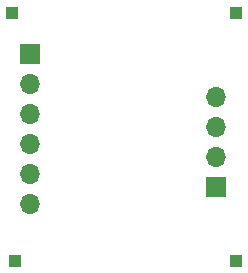
<source format=gbr>
G04 #@! TF.GenerationSoftware,KiCad,Pcbnew,8.0.01-1-dev-1e03266dfe*
G04 #@! TF.CreationDate,2024-03-02T01:51:38-08:00*
G04 #@! TF.ProjectId,sfh7072_breakoutboard,73666837-3037-4325-9f62-7265616b6f75,rev?*
G04 #@! TF.SameCoordinates,Original*
G04 #@! TF.FileFunction,Soldermask,Bot*
G04 #@! TF.FilePolarity,Negative*
%FSLAX46Y46*%
G04 Gerber Fmt 4.6, Leading zero omitted, Abs format (unit mm)*
G04 Created by KiCad (PCBNEW 8.0.01-1-dev-1e03266dfe) date 2024-03-02 01:51:38*
%MOMM*%
%LPD*%
G01*
G04 APERTURE LIST*
%ADD10R,1.700000X1.700000*%
%ADD11O,1.700000X1.700000*%
%ADD12R,1.000000X1.000000*%
G04 APERTURE END LIST*
D10*
X24000000Y-20250000D03*
D11*
X24000000Y-22790000D03*
X24000000Y-25330000D03*
X24000000Y-27870000D03*
X24000000Y-30410000D03*
X24000000Y-32950000D03*
D10*
X39750000Y-31500000D03*
D11*
X39750000Y-28960000D03*
X39750000Y-26420000D03*
X39750000Y-23880000D03*
D12*
X41500000Y-37750000D03*
X41500000Y-16750000D03*
X22750000Y-37750000D03*
X22500000Y-16750000D03*
M02*

</source>
